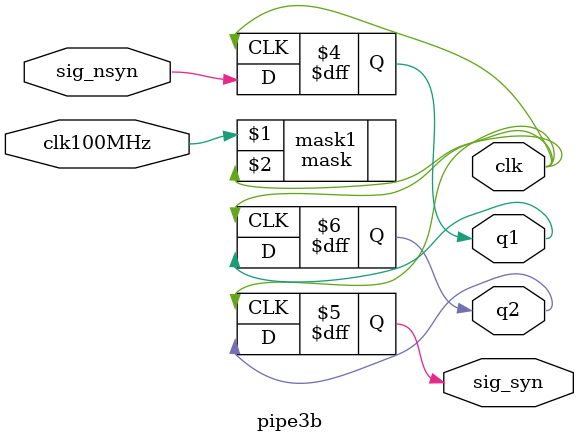
<source format=v>
`timescale 1ns / 1ps


module pipe3b( 
  input sig_nsyn, 
  input clk100MHz, 
  output reg q1, 
  output reg q2, 
  output reg sig_syn,
  output clk
  );
  mask mask1(clk100MHz, clk);
  always@(posedge clk) q2<=q1;
  always@(posedge clk) sig_syn<=q2; 
  always@(posedge clk) q1<=sig_nsyn;
endmodule

</source>
